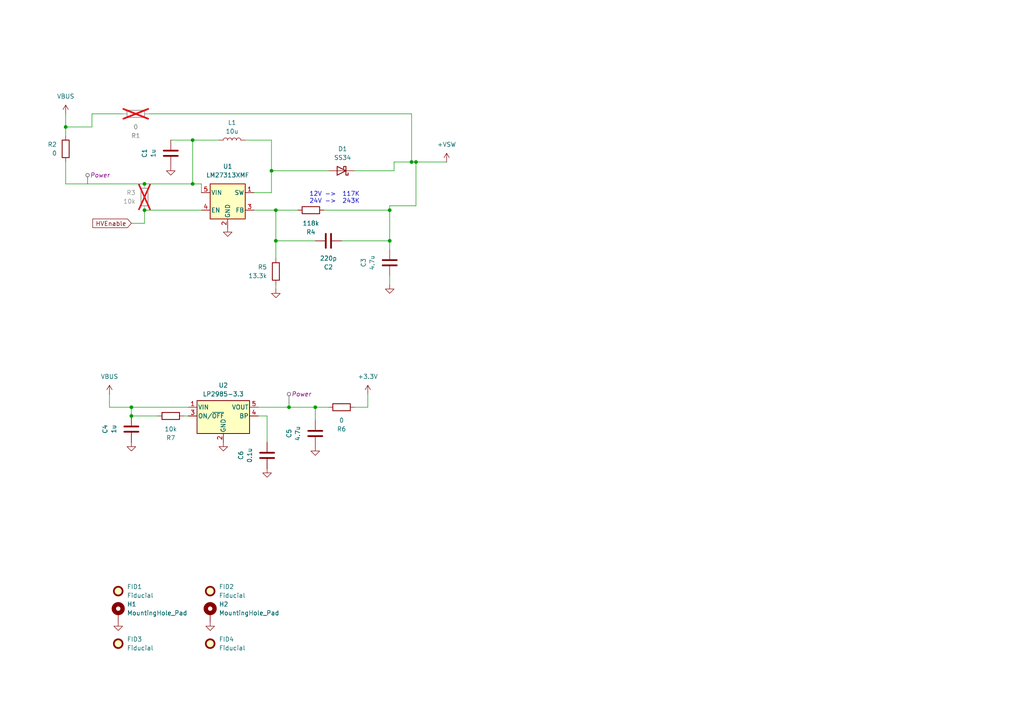
<source format=kicad_sch>
(kicad_sch (version 20231120) (generator "eeschema") (generator_version "8.0")
  (paper "A4")
  (lib_symbols
    (symbol "Device:C" (pin_numbers hide) (pin_names (offset 0.254))
      (property "Reference" "C" (at 0.635 2.54 0))
      (property "Value" "C" (at 0.635 -2.54 0))
      (symbol "C_0_1"
        (polyline (pts (xy -2.032 -0.762) (xy 2.032 -0.762)) (stroke (width 0.508)))
        (polyline (pts (xy -2.032 0.762) (xy 2.032 0.762)) (stroke (width 0.508)))
      )
      (symbol "C_1_1"
        (pin passive line (at 0 3.81 270) (length 2.794) (name "~") (number "1"))
        (pin passive line (at 0 -3.81 90) (length 2.794) (name "~") (number "2"))
      )
    )
    (symbol "Device:L" (pin_numbers hide) (pin_names (offset 1.016) hide)
      (property "Reference" "L" (at -1.27 0 90))
      (property "Value" "L" (at 1.905 0 90))
      (symbol "L_0_1"
        (arc (start 0 -2.54) (mid 0.6323 -1.905) (end 0 -1.27))
        (arc (start 0 -1.27) (mid 0.6323 -0.635) (end 0 0))
        (arc (start 0 0) (mid 0.6323 0.635) (end 0 1.27))
        (arc (start 0 1.27) (mid 0.6323 1.905) (end 0 2.54))
      )
      (symbol "L_1_1"
        (pin passive line (at 0 3.81 270) (length 1.27) (name "1") (number "1"))
        (pin passive line (at 0 -3.81 90) (length 1.27) (name "2") (number "2"))
      )
    )
    (symbol "Device:R" (pin_numbers hide) (pin_names (offset 0))
      (property "Reference" "R" (at 2.032 0 90))
      (property "Value" "R" (at 0 0 90))
      (symbol "R_0_1"
        (rectangle (start -1.016 -2.54) (end 1.016 2.54) (stroke (width 0.254)))
      )
      (symbol "R_1_1"
        (pin passive line (at 0 3.81 270) (length 1.27) (name "~") (number "1"))
        (pin passive line (at 0 -3.81 90) (length 1.27) (name "~") (number "2"))
      )
    )
    (symbol "Diode:SS34" (pin_numbers hide) (pin_names (offset 1.016) hide)
      (property "Reference" "D" (at 0 2.54 0))
      (property "Value" "SS34" (at 0 -2.54 0))
      (symbol "SS34_0_1"
        (polyline (pts (xy 1.27 0) (xy -1.27 0)))
        (polyline (pts (xy 1.27 1.27) (xy 1.27 -1.27) (xy -1.27 0) (xy 1.27 1.27)) (stroke (width 0.254)))
        (polyline (pts (xy -1.905 0.635) (xy -1.905 1.27) (xy -1.27 1.27) (xy -1.27 -1.27) (xy -0.635 -1.27) (xy -0.635 -0.635)) (stroke (width 0.254)))
      )
      (symbol "SS34_1_1"
        (pin passive line (at -3.81 0 0) (length 2.54) (name "K") (number "1"))
        (pin passive line (at 3.81 0 180) (length 2.54) (name "A") (number "2"))
      )
    )
    (symbol "Mechanical:Fiducial" (exclude_from_sim yes) (in_bom no)
      (property "Reference" "FID" (at 0 5.08 0))
      (property "Value" "Fiducial" (at 0 3.175 0))
      (symbol "Fiducial_0_1"
        (circle (center 0 0) (radius 1.27) (stroke (width 0.508)) (fill (type background)))
      )
    )
    (symbol "Mechanical:MountingHole_Pad" (pin_numbers hide) (pin_names (offset 1.016) hide) (exclude_from_sim yes) (in_bom no)
      (property "Reference" "H" (at 0 6.35 0))
      (property "Value" "MountingHole_Pad" (at 0 4.445 0))
      (symbol "MountingHole_Pad_0_1"
        (circle (center 0 1.27) (radius 1.27) (stroke (width 1.27)))
      )
      (symbol "MountingHole_Pad_1_1"
        (pin input line (at 0 -2.54 90) (length 2.54) (name "1") (number "1"))
      )
    )
    (symbol "Regulator_Linear:LP2985-3.3" (pin_names (offset 0.254))
      (property "Reference" "U" (at -6.35 5.715 0))
      (property "Value" "LP2985-3.3" (at 0 5.715 0))
      (symbol "LP2985-3.3_0_1"
        (rectangle (start -7.62 -5.08) (end 7.62 4.445) (stroke (width 0.254)) (fill (type background)))
      )
      (symbol "LP2985-3.3_1_1"
        (pin power_in line (at -10.16 2.54 0) (length 2.54) (name "VIN") (number "1"))
        (pin power_in line (at 0 -7.62 90) (length 2.54) (name "GND") (number "2"))
        (pin input line (at -10.16 0 0) (length 2.54) (name "ON/~{OFF}") (number "3"))
        (pin input line (at 10.16 0 180) (length 2.54) (name "BP") (number "4"))
        (pin power_out line (at 10.16 2.54 180) (length 2.54) (name "VOUT") (number "5"))
      )
    )
    (symbol "Regulator_Switching:LM27313XMF" (pin_names (offset 0.254))
      (property "Reference" "U" (at -5.08 6.35 0))
      (property "Value" "LM27313XMF" (at 0 6.35 0))
      (symbol "LM27313XMF_0_1"
        (rectangle (start -5.08 5.08) (end 5.08 -5.08) (stroke (width 0.254)) (fill (type background)))
      )
      (symbol "LM27313XMF_1_1"
        (pin output line (at 7.62 2.54 180) (length 2.54) (name "SW") (number "1"))
        (pin power_in line (at 0 -7.62 90) (length 2.54) (name "GND") (number "2"))
        (pin input line (at 7.62 -2.54 180) (length 2.54) (name "FB") (number "3"))
        (pin input line (at -7.62 -2.54 0) (length 2.54) (name "EN") (number "4"))
        (pin input line (at -7.62 2.54 0) (length 2.54) (name "VIN") (number "5"))
      )
    )
    (symbol "power:+3.3V" (power) (pin_numbers hide) (pin_names (offset 0) hide)
      (property "Value" "+3.3V" (at 0 3.556 0))
      (symbol "+3.3V_0_1"
        (polyline (pts (xy -0.762 1.27) (xy 0 2.54)))
        (polyline (pts (xy 0 0) (xy 0 2.54)))
        (polyline (pts (xy 0 2.54) (xy 0.762 1.27)))
      )
      (symbol "+3.3V_1_1"
        (pin power_in line (at 0 0 90) (length 0) (name "~") (number "1"))
      )
    )
    (symbol "power:+VSW" (power) (pin_numbers hide) (pin_names (offset 0) hide)
      (property "Value" "+VSW" (at 0 3.556 0))
      (symbol "+VSW_0_1"
        (polyline (pts (xy -0.762 1.27) (xy 0 2.54)))
        (polyline (pts (xy 0 0) (xy 0 2.54)))
        (polyline (pts (xy 0 2.54) (xy 0.762 1.27)))
      )
      (symbol "+VSW_1_1"
        (pin power_in line (at 0 0 90) (length 0) (name "~") (number "1"))
      )
    )
    (symbol "power:GND" (power) (pin_numbers hide) (pin_names (offset 0) hide)
      (property "Value" "GND" (at 0 -3.81 0))
      (symbol "GND_0_1"
        (polyline (pts (xy 0 0) (xy 0 -1.27) (xy 1.27 -1.27) (xy 0 -2.54) (xy -1.27 -1.27) (xy 0 -1.27)))
      )
      (symbol "GND_1_1"
        (pin power_in line (at 0 0 270) (length 0) (name "~") (number "1"))
      )
    )
    (symbol "power:VBUS" (power) (pin_numbers hide) (pin_names (offset 0) hide)
      (property "Value" "VBUS" (at 0 3.556 0))
      (symbol "VBUS_0_1"
        (polyline (pts (xy -0.762 1.27) (xy 0 2.54)))
        (polyline (pts (xy 0 0) (xy 0 2.54)))
        (polyline (pts (xy 0 2.54) (xy 0.762 1.27)))
      )
      (symbol "VBUS_1_1"
        (pin power_in line (at 0 0 90) (length 0) (name "~") (number "1"))
      )
    )
  )
  (junction (at 41.91 60.96))
  (junction (at 19.05 36.83))
  (junction (at 120.65 46.99))
  (junction (at 38.1 118.11))
  (junction (at 80.01 69.85))
  (junction (at 91.44 118.11))
  (junction (at 113.03 60.96))
  (junction (at 55.88 53.34))
  (junction (at 80.01 60.96))
  (junction (at 113.03 69.85))
  (junction (at 38.1 120.65))
  (junction (at 83.82 118.11))
  (junction (at 41.91 53.34))
  (junction (at 78.74 49.53))
  (junction (at 119.38 46.99))
  (junction (at 55.88 40.64))
  (wire (pts (xy 58.42 53.34) (xy 55.88 53.34)))
  (wire (pts (xy 35.56 33.02) (xy 26.67 33.02)))
  (wire (pts (xy 106.68 118.11) (xy 106.68 114.3)))
  (wire (pts (xy 74.93 118.11) (xy 83.82 118.11)))
  (wire (pts (xy 31.75 118.11) (xy 31.75 114.3)))
  (wire (pts (xy 19.05 53.34) (xy 41.91 53.34)))
  (wire (pts (xy 77.47 128.27) (xy 77.47 120.65)))
  (wire (pts (xy 80.01 69.85) (xy 80.01 74.93)))
  (wire (pts (xy 86.36 60.96) (xy 80.01 60.96)))
  (wire (pts (xy 102.87 49.53) (xy 114.3 49.53)))
  (wire (pts (xy 55.88 53.34) (xy 41.91 53.34)))
  (wire (pts (xy 93.98 60.96) (xy 113.03 60.96)))
  (wire (pts (xy 120.65 46.99) (xy 129.54 46.99)))
  (wire (pts (xy 58.42 55.88) (xy 58.42 53.34)))
  (wire (pts (xy 41.91 60.96) (xy 58.42 60.96)))
  (wire (pts (xy 114.3 46.99) (xy 119.38 46.99)))
  (wire (pts (xy 91.44 118.11) (xy 95.25 118.11)))
  (wire (pts (xy 55.88 40.64) (xy 63.5 40.64)))
  (wire (pts (xy 41.91 64.77) (xy 41.91 60.96)))
  (wire (pts (xy 73.66 55.88) (xy 78.74 55.88)))
  (wire (pts (xy 91.44 118.11) (xy 91.44 121.92)))
  (wire (pts (xy 38.1 120.65) (xy 45.72 120.65)))
  (wire (pts (xy 119.38 33.02) (xy 119.38 46.99)))
  (wire (pts (xy 113.03 69.85) (xy 113.03 72.39)))
  (wire (pts (xy 19.05 36.83) (xy 19.05 33.02)))
  (wire (pts (xy 19.05 46.99) (xy 19.05 53.34)))
  (wire (pts (xy 73.66 60.96) (xy 80.01 60.96)))
  (wire (pts (xy 113.03 60.96) (xy 113.03 59.69)))
  (wire (pts (xy 38.1 118.11) (xy 31.75 118.11)))
  (wire (pts (xy 43.18 33.02) (xy 119.38 33.02)))
  (wire (pts (xy 55.88 40.64) (xy 55.88 53.34)))
  (wire (pts (xy 113.03 69.85) (xy 113.03 60.96)))
  (wire (pts (xy 26.67 33.02) (xy 26.67 36.83)))
  (wire (pts (xy 99.06 69.85) (xy 113.03 69.85)))
  (wire (pts (xy 77.47 120.65) (xy 74.93 120.65)))
  (wire (pts (xy 80.01 69.85) (xy 91.44 69.85)))
  (wire (pts (xy 78.74 49.53) (xy 95.25 49.53)))
  (wire (pts (xy 83.82 118.11) (xy 91.44 118.11)))
  (wire (pts (xy 80.01 83.82) (xy 80.01 82.55)))
  (wire (pts (xy 38.1 118.11) (xy 54.61 118.11)))
  (wire (pts (xy 119.38 46.99) (xy 120.65 46.99)))
  (wire (pts (xy 113.03 80.01) (xy 113.03 82.55)))
  (wire (pts (xy 114.3 49.53) (xy 114.3 46.99)))
  (wire (pts (xy 113.03 59.69) (xy 120.65 59.69)))
  (wire (pts (xy 78.74 49.53) (xy 78.74 40.64)))
  (wire (pts (xy 120.65 46.99) (xy 120.65 59.69)))
  (wire (pts (xy 80.01 60.96) (xy 80.01 69.85)))
  (wire (pts (xy 78.74 55.88) (xy 78.74 49.53)))
  (wire (pts (xy 83.82 116.84) (xy 83.82 118.11)))
  (wire (pts (xy 53.34 120.65) (xy 54.61 120.65)))
  (wire (pts (xy 19.05 36.83) (xy 26.67 36.83)))
  (wire (pts (xy 38.1 64.77) (xy 41.91 64.77)))
  (wire (pts (xy 102.87 118.11) (xy 106.68 118.11)))
  (wire (pts (xy 49.53 40.64) (xy 55.88 40.64)))
  (wire (pts (xy 78.74 40.64) (xy 71.12 40.64)))
  (wire (pts (xy 38.1 118.11) (xy 38.1 120.65)))
  (wire (pts (xy 19.05 39.37) (xy 19.05 36.83)))
  (text "12V ->  117K\n24V ->  243K" (at 97.028 57.404 0) (effects (font (size 1.27 1.27))))
  (global_label "HVEnable" (shape input) (at 38.1 64.77 180) (property "Intersheetrefs" "${INTERSHEET_REFS}" (effects (hide yes))))
  (netclass_flag "" (length 2.54) (shape round) (at 83.82 116.84 0) (property "Netclass" "Power" (at 84.5185 114.3 0) (effects (font (italic yes)) (justify left))))
  (netclass_flag "" (length 2.54) (shape round) (at 25.4 53.34 0) (property "Netclass" "Power" (at 26.0985 50.8 0) (effects (font (italic yes)) (justify left))))
  (symbol (lib_id "Device:L") (at 67.31 40.64 90) (unit 1)
    (property "Reference" "L1" (at 67.31 35.56 90))
    (property "Value" "10u" (at 67.31 38.1 90))
    (property "Footprint" "Inductor_SMD:L_Changjiang_FNR4030S" (effects (hide yes)))
    (property "Description" "Inductor, 10uH 1.6A FNR4030S100MT" (effects (hide yes)))
    (property "LCSC" "C167879" (effects (hide yes)))
  )
  (symbol (lib_id "Mechanical:Fiducial") (at 60.96 171.45 0) (unit 1) (exclude_from_sim yes) (in_bom no)
    (property "Reference" "FID2" (at 63.5 170.1799 0) (effects (justify left)))
    (property "Value" "Fiducial" (at 63.5 172.7199 0) (effects (justify left)))
    (property "Footprint" "Fiducial:Fiducial_1mm_Mask3mm" (effects (hide yes)))
    (property "Description" "Fiducial Marker" (effects (hide yes)))
  )
  (symbol (lib_id "Device:C") (at 91.44 125.73 180) (unit 1)
    (property "Reference" "C5" (at 83.82 125.73 90))
    (property "Value" "4.7u" (at 86.36 125.73 90))
    (property "Footprint" "Capacitor_SMD:C_0402_1005Metric_Pad0.74x0.62mm_HandSolder" (effects (hide yes)))
    (property "Description" "Unpolarized capacitor" (effects (hide yes)))
    (property "LCSC" "C106859" (effects (hide yes)))
  )
  (symbol (lib_id "Regulator_Linear:LP2985-3.3") (at 64.77 120.65 0) (unit 1)
    (property "Reference" "U2" (at 64.77 111.76 0))
    (property "Value" "LP2985-3.3" (at 64.77 114.3 0))
    (property "Footprint" "Package_TO_SOT_SMD:SOT-23-5" (effects (hide yes)))
    (property "Datasheet" "http://www.ti.com/lit/ds/symlink/lp2985.pdf" (effects (hide yes)))
    (property "Description" "150mA 16V Low-noise Low-dropout Regulator With Shutdown, 3.3V output voltage, SOT-23-5" (effects (hide yes)))
    (property "LCSC" "C129375" (effects (hide yes)))
  )
  (symbol (lib_id "Mechanical:Fiducial") (at 34.29 186.69 0) (unit 1) (exclude_from_sim yes) (in_bom no)
    (property "Reference" "FID3" (at 36.83 185.4199 0) (effects (justify left)))
    (property "Value" "Fiducial" (at 36.83 187.9599 0) (effects (justify left)))
    (property "Footprint" "Fiducial:Fiducial_1mm_Mask3mm" (effects (hide yes)))
    (property "Description" "Fiducial Marker" (effects (hide yes)))
  )
  (symbol (lib_id "power:GND") (at 60.96 180.34 0) (unit 1)
    (property "Reference" "#PWR048" (effects (hide yes)))
    (property "Value" "GND" (effects (hide yes)))
    (property "Description" "Power symbol creates a global label with name \"GND\" , ground" (effects (hide yes)))
    (instances (project "USB_8769M" (path "" (reference "#PWR048") (unit 1))) (project "USB_SPDTK" (path "" (reference "#PWR014") (unit 1))))
  )
  (symbol (lib_id "Mechanical:MountingHole_Pad") (at 34.29 177.8 0) (unit 1) (exclude_from_sim yes) (in_bom no)
    (property "Reference" "H1" (at 36.83 175.2599 0) (effects (justify left)))
    (property "Value" "MountingHole_Pad" (at 36.83 177.7999 0) (effects (justify left)))
    (property "Footprint" "MountingHole:MountingHole_3.2mm_M3_DIN965_Pad_TopBottom" (effects (hide yes)))
    (property "Description" "Mounting Hole with connection" (effects (hide yes)))
  )
  (symbol (lib_id "Device:C") (at 38.1 124.46 180) (unit 1)
    (property "Reference" "C4" (at 30.48 124.46 90))
    (property "Value" "1u" (at 33.02 124.46 90))
    (property "Footprint" "Capacitor_SMD:C_0603_1608Metric_Pad1.08x0.95mm_HandSolder" (effects (hide yes)))
    (property "Description" "Unpolarized capacitor" (effects (hide yes)))
    (property "LCSC" "C15849" (effects (hide yes)))
  )
  (symbol (lib_id "Diode:SS34") (at 99.06 49.53 180) (unit 1)
    (property "Reference" "D1" (at 99.3775 43.18 0))
    (property "Value" "SS34" (at 99.3775 45.72 0))
    (property "Footprint" "Diode_SMD:D_SMA" (effects (hide yes)))
    (property "Datasheet" "https://www.vishay.com/docs/88751/ss32.pdf" (effects (hide yes)))
    (property "Description" "40V 3A Schottky Diode, SMA" (effects (hide yes)))
    (property "LCSC" "C8678" (effects (hide yes)))
  )
  (symbol (lib_id "power:GND") (at 113.03 82.55 0) (unit 1)
    (property "Reference" "#PWR05" (effects (hide yes)))
    (property "Value" "GND" (effects (hide yes)))
    (property "Description" "Power symbol creates a global label with name \"GND\" , ground" (effects (hide yes)))
  )
  (symbol (lib_id "power:GND") (at 49.53 48.26 0) (unit 1)
    (property "Reference" "#PWR03" (effects (hide yes)))
    (property "Value" "GND" (effects (hide yes)))
    (property "Description" "Power symbol creates a global label with name \"GND\" , ground" (effects (hide yes)))
  )
  (symbol (lib_id "power:VBUS") (at 19.05 33.02 0) (unit 1)
    (property "Reference" "#PWR01" (effects (hide yes)))
    (property "Value" "VBUS" (at 19.05 27.94 0))
    (property "Description" "Power symbol creates a global label with name \"VBUS\"" (effects (hide yes)))
  )
  (symbol (lib_id "power:GND") (at 34.29 180.34 0) (unit 1)
    (property "Reference" "#PWR047" (effects (hide yes)))
    (property "Value" "GND" (effects (hide yes)))
    (property "Description" "Power symbol creates a global label with name \"GND\" , ground" (effects (hide yes)))
    (instances (project "USB_8769M" (path "" (reference "#PWR047") (unit 1))) (project "USB_SPDTK" (path "" (reference "#PWR013") (unit 1))))
  )
  (symbol (lib_id "power:+VSW") (at 129.54 46.99 0) (unit 1)
    (property "Reference" "#PWR02" (effects (hide yes)))
    (property "Value" "+VSW" (at 129.54 41.91 0))
    (property "Description" "Power symbol creates a global label with name \"+VSW\"" (effects (hide yes)))
  )
  (symbol (lib_id "Device:R") (at 99.06 118.11 90) (mirror x) (unit 1)
    (property "Reference" "R6" (at 99.06 124.46 90))
    (property "Value" "0" (at 99.06 121.92 90))
    (property "Footprint" "Resistor_SMD:R_0402_1005Metric_Pad0.72x0.64mm_HandSolder" (effects (hide yes)))
    (property "Description" "Resistor" (effects (hide yes)))
    (property "LCSC" "C17168" (effects (hide yes)))
  )
  (symbol (lib_id "Mechanical:Fiducial") (at 60.96 186.69 0) (unit 1) (exclude_from_sim yes) (in_bom no)
    (property "Reference" "FID4" (at 63.5 185.4199 0) (effects (justify left)))
    (property "Value" "Fiducial" (at 63.5 187.9599 0) (effects (justify left)))
    (property "Footprint" "Fiducial:Fiducial_1mm_Mask3mm" (effects (hide yes)))
    (property "Description" "Fiducial Marker" (effects (hide yes)))
  )
  (symbol (lib_id "Device:R") (at 39.37 33.02 90) (mirror x) (unit 1) (in_bom no) (dnp yes)
    (property "Reference" "R1" (at 39.37 39.37 90))
    (property "Value" "0" (at 39.37 36.83 90))
    (property "Footprint" "Resistor_SMD:R_0402_1005Metric_Pad0.72x0.64mm_HandSolder" (effects (hide yes)))
    (property "Description" "Resistor" (effects (hide yes)))
    (property "LCSC" "C17168" (effects (hide yes)))
  )
  (symbol (lib_id "Device:C") (at 95.25 69.85 270) (unit 1)
    (property "Reference" "C2" (at 95.25 77.47 90))
    (property "Value" "220p" (at 95.25 74.93 90))
    (property "Footprint" "Capacitor_SMD:C_0402_1005Metric_Pad0.74x0.62mm_HandSolder" (effects (hide yes)))
    (property "Description" "Unpolarized capacitor" (effects (hide yes)))
    (property "LCSC" "C1603" (effects (hide yes)))
  )
  (symbol (lib_id "power:GND") (at 66.04 66.04 0) (unit 1)
    (property "Reference" "#PWR04" (effects (hide yes)))
    (property "Value" "GND" (effects (hide yes)))
    (property "Description" "Power symbol creates a global label with name \"GND\" , ground" (effects (hide yes)))
  )
  (symbol (lib_id "Device:C") (at 49.53 44.45 180) (unit 1)
    (property "Reference" "C1" (at 41.91 44.45 90))
    (property "Value" "1u" (at 44.45 44.45 90))
    (property "Footprint" "Capacitor_SMD:C_0603_1608Metric_Pad1.08x0.95mm_HandSolder" (effects (hide yes)))
    (property "Description" "Unpolarized capacitor" (effects (hide yes)))
    (property "LCSC" "C15849" (effects (hide yes)))
  )
  (symbol (lib_id "Device:R") (at 80.01 78.74 0) (mirror x) (unit 1)
    (property "Reference" "R5" (at 77.47 77.4699 0) (effects (justify right)))
    (property "Value" "13.3k" (at 77.47 80.0099 0) (effects (justify right)))
    (property "Footprint" "Resistor_SMD:R_0402_1005Metric_Pad0.72x0.64mm_HandSolder" (effects (hide yes)))
    (property "Description" "Resistor" (effects (hide yes)))
    (property "LCSC" "C122547" (effects (hide yes)))
  )
  (symbol (lib_id "Mechanical:MountingHole_Pad") (at 60.96 177.8 0) (unit 1) (exclude_from_sim yes) (in_bom no)
    (property "Reference" "H2" (at 63.5 175.2599 0) (effects (justify left)))
    (property "Value" "MountingHole_Pad" (at 63.5 177.7999 0) (effects (justify left)))
    (property "Footprint" "MountingHole:MountingHole_3.2mm_M3_DIN965_Pad_TopBottom" (effects (hide yes)))
    (property "Description" "Mounting Hole with connection" (effects (hide yes)))
  )
  (symbol (lib_id "Device:R") (at 41.91 57.15 0) (mirror x) (unit 1) (in_bom no) (dnp yes)
    (property "Reference" "R3" (at 39.37 55.8799 0) (effects (justify right)))
    (property "Value" "10k" (at 39.37 58.4199 0) (effects (justify right)))
    (property "Footprint" "Resistor_SMD:R_0402_1005Metric_Pad0.72x0.64mm_HandSolder" (effects (hide yes)))
    (property "Description" "Resistor" (effects (hide yes)))
    (property "LCSC" "C25744" (effects (hide yes)))
  )
  (symbol (lib_id "Device:C") (at 77.47 132.08 180) (unit 1)
    (property "Reference" "C6" (at 69.85 132.08 90))
    (property "Value" "0.1u" (at 72.39 132.08 90))
    (property "Footprint" "Capacitor_SMD:C_0402_1005Metric_Pad0.74x0.62mm_HandSolder" (effects (hide yes)))
    (property "Description" "Unpolarized capacitor" (effects (hide yes)))
    (property "LCSC" "C5142567" (effects (hide yes)))
  )
  (symbol (lib_id "power:GND") (at 80.01 83.82 0) (unit 1)
    (property "Reference" "#PWR06" (effects (hide yes)))
    (property "Value" "GND" (effects (hide yes)))
    (property "Description" "Power symbol creates a global label with name \"GND\" , ground" (effects (hide yes)))
  )
  (symbol (lib_id "Device:R") (at 90.17 60.96 90) (mirror x) (unit 1)
    (property "Reference" "R4" (at 90.17 67.31 90))
    (property "Value" "118k" (at 90.17 64.77 90))
    (property "Footprint" "Resistor_SMD:R_0402_1005Metric_Pad0.72x0.64mm_HandSolder" (effects (hide yes)))
    (property "Description" "Resistor" (effects (hide yes)))
    (property "LCSC" "C25748" (effects (hide yes)))
  )
  (symbol (lib_id "power:VBUS") (at 31.75 114.3 0) (unit 1)
    (property "Reference" "#PWR07" (effects (hide yes)))
    (property "Value" "VBUS" (at 31.75 109.22 0))
    (property "Description" "Power symbol creates a global label with name \"VBUS\"" (effects (hide yes)))
  )
  (symbol (lib_id "Mechanical:Fiducial") (at 34.29 171.45 0) (unit 1) (exclude_from_sim yes) (in_bom no)
    (property "Reference" "FID1" (at 36.83 170.1799 0) (effects (justify left)))
    (property "Value" "Fiducial" (at 36.83 172.7199 0) (effects (justify left)))
    (property "Footprint" "Fiducial:Fiducial_1mm_Mask3mm" (effects (hide yes)))
    (property "Description" "Fiducial Marker" (effects (hide yes)))
  )
  (symbol (lib_id "Device:R") (at 19.05 43.18 0) (mirror x) (unit 1)
    (property "Reference" "R2" (at 16.51 41.9099 0) (effects (justify right)))
    (property "Value" "0" (at 16.51 44.4499 0) (effects (justify right)))
    (property "Footprint" "Resistor_SMD:R_0402_1005Metric_Pad0.72x0.64mm_HandSolder" (effects (hide yes)))
    (property "Description" "Resistor" (effects (hide yes)))
    (property "LCSC" "C17168" (effects (hide yes)))
  )
  (symbol (lib_id "Regulator_Switching:LM27313XMF") (at 66.04 58.42 0) (unit 1)
    (property "Reference" "U1" (at 66.04 48.26 0))
    (property "Value" "LM27313XMF" (at 66.04 50.8 0))
    (property "Footprint" "Package_TO_SOT_SMD:SOT-23-5" (effects (hide yes)))
    (property "Datasheet" "http://www.ti.com/lit/ds/symlink/lm27313.pdf" (effects (hide yes)))
    (property "Description" "1A, 28Vout Boost Voltage Regulator, 1.6MHz Frequency, SOT-23-5" (effects (hide yes)))
    (property "LCSC" "C341750" (effects (hide yes)))
  )
  (symbol (lib_id "Device:C") (at 113.03 76.2 180) (unit 1)
    (property "Reference" "C3" (at 105.41 76.2 90))
    (property "Value" "4.7u" (at 107.95 76.2 90))
    (property "Footprint" "Capacitor_SMD:C_0805_2012Metric_Pad1.18x1.45mm_HandSolder" (effects (hide yes)))
    (property "Description" "Unpolarized capacitor" (effects (hide yes)))
    (property "LCSC" "C1779" (effects (hide yes)))
  )
  (symbol (lib_id "power:GND") (at 38.1 128.27 0) (unit 1)
    (property "Reference" "#PWR09" (effects (hide yes)))
    (property "Value" "GND" (effects (hide yes)))
    (property "Description" "Power symbol creates a global label with name \"GND\" , ground" (effects (hide yes)))
  )
  (symbol (lib_id "power:GND") (at 77.47 135.89 0) (unit 1)
    (property "Reference" "#PWR012" (effects (hide yes)))
    (property "Value" "GND" (effects (hide yes)))
    (property "Description" "Power symbol creates a global label with name \"GND\" , ground" (effects (hide yes)))
  )
  (symbol (lib_id "Device:R") (at 49.53 120.65 90) (mirror x) (unit 1)
    (property "Reference" "R7" (at 49.53 127 90))
    (property "Value" "10k" (at 49.53 124.46 90))
    (property "Footprint" "Resistor_SMD:R_0402_1005Metric_Pad0.72x0.64mm_HandSolder" (effects (hide yes)))
    (property "Description" "Resistor" (effects (hide yes)))
    (property "LCSC" "C25744" (effects (hide yes)))
  )
  (symbol (lib_id "power:GND") (at 91.44 129.54 0) (unit 1)
    (property "Reference" "#PWR011" (effects (hide yes)))
    (property "Value" "GND" (effects (hide yes)))
    (property "Description" "Power symbol creates a global label with name \"GND\" , ground" (effects (hide yes)))
  )
  (symbol (lib_id "power:GND") (at 64.77 128.27 0) (unit 1)
    (property "Reference" "#PWR010" (effects (hide yes)))
    (property "Value" "GND" (effects (hide yes)))
    (property "Description" "Power symbol creates a global label with name \"GND\" , ground" (effects (hide yes)))
  )
  (symbol (lib_id "power:+3.3V") (at 106.68 114.3 0) (unit 1)
    (property "Reference" "#PWR08" (effects (hide yes)))
    (property "Value" "+3.3V" (at 106.68 109.22 0))
    (property "Description" "Power symbol creates a global label with name \"+3.3V\"" (effects (hide yes)))
  )
)
</source>
